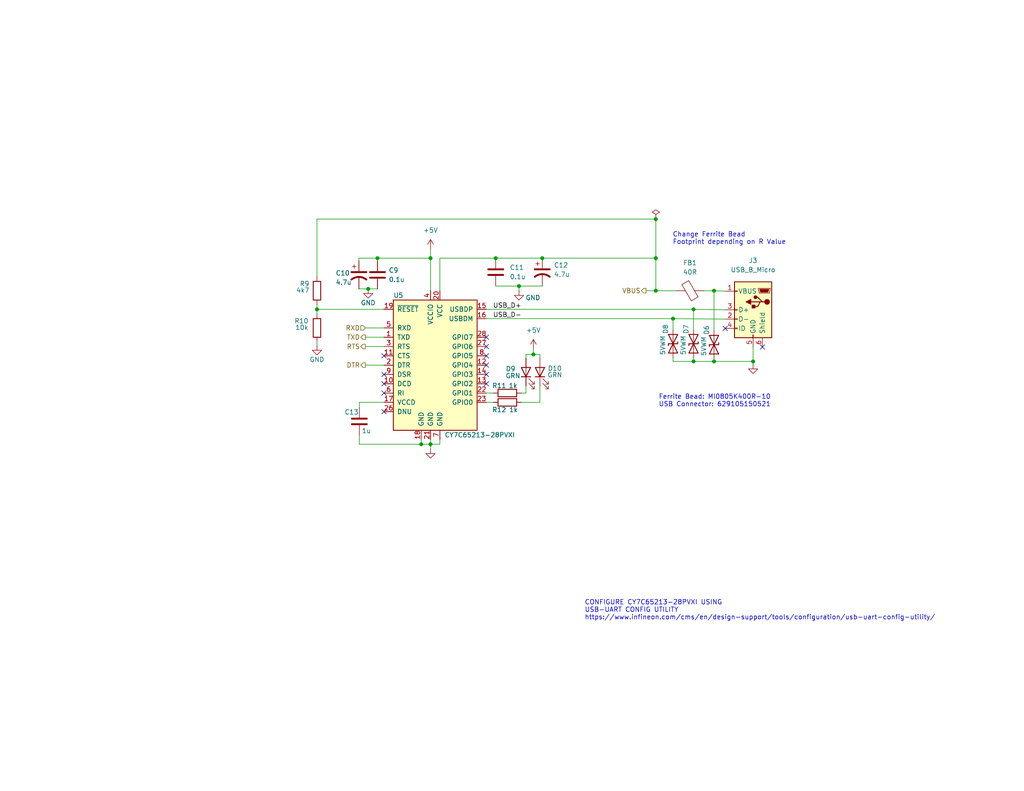
<source format=kicad_sch>
(kicad_sch (version 20211123) (generator eeschema)
  (paper "USLetter")
  (title_block (title "USB-UART Interface (Cypress/Infineon CY7C65213-28PVXI)") (date "2022-11-09") (rev "1.1"))
  (lib_symbols
    (symbol "Connector:USB_B_Micro" (pin_names (offset 1.016))
      (property "Reference" "J" (at -5.08 11.43 0))
      (property "Value" "USB_B_Micro" (at -5.08 8.89 0))
      (symbol "USB_B_Micro_0_1"
        (rectangle (start -5.08 -7.62) (end 5.08 7.62) (stroke (width 0.254)) (fill (type background)))
        (circle (center -3.81 2.159) (radius 0.635) (stroke (width 0.254)) (fill (type outline)))
        (circle (center -0.635 3.429) (radius 0.381) (stroke (width 0.254)) (fill (type outline)))
        (rectangle (start -0.127 -7.62) (end 0.127 -6.858))
        (polyline (pts (xy -1.905 2.159) (xy 0.635 2.159)) (stroke (width 0.254)))
        (polyline (pts (xy -3.175 2.159) (xy -2.54 2.159) (xy -1.27 3.429) (xy -0.635 3.429)) (stroke (width 0.254)))
        (polyline (pts (xy -2.54 2.159) (xy -1.905 2.159) (xy -1.27 0.889) (xy 0 0.889)) (stroke (width 0.254)))
        (polyline (pts (xy 0.635 2.794) (xy 0.635 1.524) (xy 1.905 2.159) (xy 0.635 2.794)) (stroke (width 0.254)) (fill (type outline)))
        (polyline (pts (xy -4.318 5.588) (xy -1.778 5.588) (xy -2.032 4.826) (xy -4.064 4.826) (xy -4.318 5.588)) (fill (type outline)))
        (polyline (pts (xy -4.699 5.842) (xy -4.699 5.588) (xy -4.445 4.826) (xy -4.445 4.572) (xy -1.651 4.572) (xy -1.651 4.826) (xy -1.397 5.588) (xy -1.397 5.842) (xy -4.699 5.842)))
        (rectangle (start 0.254 1.27) (end -0.508 0.508) (stroke (width 0.254)) (fill (type outline)))
        (rectangle (start 5.08 -5.207) (end 4.318 -4.953))
        (rectangle (start 5.08 -2.667) (end 4.318 -2.413))
        (rectangle (start 5.08 -0.127) (end 4.318 0.127))
        (rectangle (start 5.08 4.953) (end 4.318 5.207))
      )
      (symbol "USB_B_Micro_1_1"
        (pin power_out line (at 7.62 5.08 180) (length 2.54) (name "VBUS") (number "1"))
        (pin bidirectional line (at 7.62 -2.54 180) (length 2.54) (name "D-") (number "2"))
        (pin bidirectional line (at 7.62 0 180) (length 2.54) (name "D+") (number "3"))
        (pin passive line (at 7.62 -5.08 180) (length 2.54) (name "ID") (number "4"))
        (pin power_out line (at 0 -10.16 90) (length 2.54) (name "GND") (number "5"))
        (pin passive line (at -2.54 -10.16 90) (length 2.54) (name "Shield") (number "6"))
      )
    )
    (symbol "Device:C" (pin_numbers hide) (pin_names (offset 0.254))
      (property "Reference" "C" (at 0.635 2.54 0))
      (property "Value" "C" (at 0.635 -2.54 0))
      (symbol "C_0_1"
        (polyline (pts (xy -2.032 -0.762) (xy 2.032 -0.762)) (stroke (width 0.508)))
        (polyline (pts (xy -2.032 0.762) (xy 2.032 0.762)) (stroke (width 0.508)))
      )
      (symbol "C_1_1"
        (pin passive line (at 0 3.81 270) (length 2.794) (name "~") (number "1"))
        (pin passive line (at 0 -3.81 90) (length 2.794) (name "~") (number "2"))
      )
    )
    (symbol "Device:C_Polarized_US" (pin_numbers hide) (pin_names (offset 0.254) hide)
      (property "Reference" "C" (at 0.635 2.54 0))
      (property "Value" "C_Polarized_US" (at 0.635 -2.54 0))
      (symbol "C_Polarized_US_0_1"
        (polyline (pts (xy -2.032 0.762) (xy 2.032 0.762)) (stroke (width 0.508)))
        (polyline (pts (xy -1.778 2.286) (xy -0.762 2.286)))
        (polyline (pts (xy -1.27 1.778) (xy -1.27 2.794)))
        (arc (start 2.032 -1.27) (mid 0 -0.5572) (end -2.032 -1.27) (stroke (width 0.508)))
      )
      (symbol "C_Polarized_US_1_1"
        (pin passive line (at 0 3.81 270) (length 2.794) (name "~") (number "1"))
        (pin passive line (at 0 -3.81 90) (length 3.302) (name "~") (number "2"))
      )
    )
    (symbol "Device:D_TVS" (pin_numbers hide) (pin_names (offset 1.016) hide)
      (property "Reference" "D" (at 0 2.54 0))
      (property "Value" "D_TVS" (at 0 -2.54 0))
      (symbol "D_TVS_0_1"
        (polyline (pts (xy 1.27 0) (xy -1.27 0)))
        (polyline (pts (xy 0.508 1.27) (xy 0 1.27) (xy 0 -1.27) (xy -0.508 -1.27)) (stroke (width 0.254)))
        (polyline (pts (xy -2.54 1.27) (xy -2.54 -1.27) (xy 2.54 1.27) (xy 2.54 -1.27) (xy -2.54 1.27)) (stroke (width 0.254)))
      )
      (symbol "D_TVS_1_1"
        (pin passive line (at -3.81 0 0) (length 2.54) (name "A1") (number "1"))
        (pin passive line (at 3.81 0 180) (length 2.54) (name "A2") (number "2"))
      )
    )
    (symbol "Device:FerriteBead" (pin_numbers hide) (pin_names (offset 0))
      (property "Reference" "FB" (at -3.81 0.635 90))
      (property "Value" "FerriteBead" (at 3.81 0 90))
      (symbol "FerriteBead_0_1"
        (polyline (pts (xy 0 -1.27) (xy 0 -1.2192)))
        (polyline (pts (xy 0 1.27) (xy 0 1.2954)))
        (polyline (pts (xy -2.7686 0.4064) (xy -1.7018 2.2606) (xy 2.7686 -0.3048) (xy 1.6764 -2.159) (xy -2.7686 0.4064)))
      )
      (symbol "FerriteBead_1_1"
        (pin passive line (at 0 3.81 270) (length 2.54) (name "~") (number "1"))
        (pin passive line (at 0 -3.81 90) (length 2.54) (name "~") (number "2"))
      )
    )
    (symbol "Device:LED" (pin_numbers hide) (pin_names (offset 1.016) hide)
      (property "Reference" "D" (at 0 2.54 0))
      (property "Value" "LED" (at 0 -2.54 0))
      (symbol "LED_0_1"
        (polyline (pts (xy -1.27 -1.27) (xy -1.27 1.27)) (stroke (width 0.254)))
        (polyline (pts (xy -1.27 0) (xy 1.27 0)))
        (polyline (pts (xy 1.27 -1.27) (xy 1.27 1.27) (xy -1.27 0) (xy 1.27 -1.27)) (stroke (width 0.254)))
        (polyline (pts (xy -3.048 -0.762) (xy -4.572 -2.286) (xy -3.81 -2.286) (xy -4.572 -2.286) (xy -4.572 -1.524)))
        (polyline (pts (xy -1.778 -0.762) (xy -3.302 -2.286) (xy -2.54 -2.286) (xy -3.302 -2.286) (xy -3.302 -1.524)))
      )
      (symbol "LED_1_1"
        (pin passive line (at -3.81 0 0) (length 2.54) (name "K") (number "1"))
        (pin passive line (at 3.81 0 180) (length 2.54) (name "A") (number "2"))
      )
    )
    (symbol "Device:R" (pin_numbers hide) (pin_names (offset 0))
      (property "Reference" "R" (at 2.032 0 90))
      (property "Value" "R" (at 0 0 90))
      (symbol "R_0_1"
        (rectangle (start -1.016 -2.54) (end 1.016 2.54) (stroke (width 0.254)))
      )
      (symbol "R_1_1"
        (pin passive line (at 0 3.81 270) (length 1.27) (name "~") (number "1"))
        (pin passive line (at 0 -3.81 90) (length 1.27) (name "~") (number "2"))
      )
    )
    (symbol "Interface_USB:CY7C65213-28PVXI" (pin_names (offset 1.016))
      (property "Reference" "U" (at -8.89 19.05 0))
      (property "Value" "CY7C65213-28PVXI" (at 3.556 19.05 0))
      (symbol "CY7C65213-28PVXI_0_1"
        (rectangle (start -10.16 17.78) (end 12.7 -17.78) (stroke (width 0.254)) (fill (type background)))
      )
      (symbol "CY7C65213-28PVXI_1_1"
        (pin output line (at -12.7 7.62 0) (length 2.54) (name "TXD") (number "1"))
        (pin input line (at -12.7 -5.08 0) (length 2.54) (name "DCD") (number "10"))
        (pin input line (at -12.7 2.54 0) (length 2.54) (name "CTS") (number "11"))
        (pin bidirectional line (at 15.24 0 180) (length 2.54) (name "GPIO4") (number "12"))
        (pin tri_state line (at 15.24 -5.08 180) (length 2.54) (name "GPIO2") (number "13"))
        (pin bidirectional line (at 15.24 -2.54 180) (length 2.54) (name "GPIO3") (number "14"))
        (pin bidirectional line (at 15.24 15.24 180) (length 2.54) (name "USBDP") (number "15"))
        (pin bidirectional line (at 15.24 12.7 180) (length 2.54) (name "USBDM") (number "16"))
        (pin passive line (at -12.7 -10.16 0) (length 2.54) (name "VCCD") (number "17"))
        (pin power_in line (at -2.54 -20.32 90) (length 2.54) (name "GND") (number "18"))
        (pin bidirectional line (at -12.7 15.24 0) (length 2.54) (name "~{RESET}") (number "19"))
        (pin output line (at -12.7 0 0) (length 2.54) (name "DTR") (number "2"))
        (pin power_in line (at 2.54 20.32 270) (length 2.54) (name "VCC") (number "20"))
        (pin power_in line (at 0 -20.32 90) (length 2.54) (name "GND") (number "21"))
        (pin bidirectional line (at 15.24 -7.62 180) (length 2.54) (name "GPIO1") (number "22"))
        (pin bidirectional line (at 15.24 -10.16 180) (length 2.54) (name "GPIO0") (number "23"))
        (pin no_connect line (at 12.7 -15.24 180) (length 2.54) hide (name "NC") (number "24"))
        (pin no_connect line (at 12.7 -12.7 180) (length 2.54) hide (name "NC") (number "25"))
        (pin passive line (at -12.7 -12.7 0) (length 2.54) (name "DNU") (number "26"))
        (pin tri_state line (at 15.24 5.08 180) (length 2.54) (name "GPIO6") (number "27"))
        (pin tri_state line (at 15.24 7.62 180) (length 2.54) (name "GPIO7") (number "28"))
        (pin output line (at -12.7 5.08 0) (length 2.54) (name "RTS") (number "3"))
        (pin power_in line (at 0 20.32 270) (length 2.54) (name "VCCIO") (number "4"))
        (pin input line (at -12.7 10.16 0) (length 2.54) (name "RXD") (number "5"))
        (pin input line (at -12.7 -7.62 0) (length 2.54) (name "RI") (number "6"))
        (pin power_in line (at 2.54 -20.32 90) (length 2.54) (name "GND") (number "7"))
        (pin tri_state line (at 15.24 2.54 180) (length 2.54) (name "GPIO5") (number "8"))
        (pin input line (at -12.7 -2.54 0) (length 2.54) (name "DSR") (number "9"))
      )
    )
    (symbol "power:+5V" (power) (pin_names (offset 0))
      (property "Value" "+5V" (at 0 3.556 0))
      (symbol "+5V_0_1"
        (polyline (pts (xy -0.762 1.27) (xy 0 2.54)))
        (polyline (pts (xy 0 0) (xy 0 2.54)))
        (polyline (pts (xy 0 2.54) (xy 0.762 1.27)))
      )
      (symbol "+5V_1_1"
        (pin power_in line (at 0 0 90) (length 0) hide (name "+5V") (number "1"))
      )
    )
    (symbol "power:GND" (power) (pin_names (offset 0))
      (property "Value" "GND" (at 0 -3.81 0))
      (symbol "GND_0_1"
        (polyline (pts (xy 0 0) (xy 0 -1.27) (xy 1.27 -1.27) (xy 0 -2.54) (xy -1.27 -1.27) (xy 0 -1.27)))
      )
      (symbol "GND_1_1"
        (pin power_in line (at 0 0 270) (length 0) hide (name "GND") (number "1"))
      )
    )
    (symbol "power:PWR_FLAG" (power) (pin_numbers hide) (pin_names (offset 0) hide)
      (property "Value" "PWR_FLAG" (at 0 3.81 0))
      (symbol "PWR_FLAG_0_0"
        (pin power_out line (at 0 0 90) (length 0) (name "pwr") (number "1"))
      )
      (symbol "PWR_FLAG_0_1"
        (polyline (pts (xy 0 0) (xy 0 1.27) (xy -1.016 1.905) (xy 0 2.54) (xy 1.016 1.905) (xy 0 1.27)))
      )
    )
  )
  (junction (at 117.475 121.285))
  (junction (at 102.997 70.485))
  (junction (at 178.943 70.485))
  (junction (at 100.457 78.867))
  (junction (at 194.818 79.375))
  (junction (at 114.935 121.285))
  (junction (at 205.486 98.679))
  (junction (at 183.642 86.995))
  (junction (at 178.943 59.817))
  (junction (at 189.23 84.455))
  (junction (at 178.943 79.375))
  (junction (at 141.605 78.105))
  (junction (at 86.487 84.455))
  (junction (at 135.255 70.485))
  (junction (at 117.475 70.485))
  (junction (at 194.818 98.679))
  (junction (at 189.23 98.679))
  (junction (at 147.955 70.485))
  (junction (at 145.542 96.774))
  (no_connect (at 132.715 102.235))
  (no_connect (at 104.775 107.315))
  (no_connect (at 132.715 97.155))
  (no_connect (at 132.715 92.075))
  (no_connect (at 197.866 89.662))
  (no_connect (at 104.775 97.155))
  (no_connect (at 104.775 112.395))
  (no_connect (at 132.715 99.695))
  (no_connect (at 104.775 102.235))
  (no_connect (at 132.715 94.615))
  (no_connect (at 208.026 94.742))
  (no_connect (at 132.715 104.775))
  (no_connect (at 104.775 104.775))
  (wire (pts (xy 132.715 109.855) (xy 134.62 109.855)))
  (wire (pts (xy 143.51 107.315) (xy 143.51 105.41)))
  (wire (pts (xy 135.255 70.485) (xy 147.955 70.485)))
  (wire (pts (xy 142.24 107.315) (xy 143.51 107.315)))
  (wire (pts (xy 120.015 70.485) (xy 135.255 70.485)))
  (wire (pts (xy 147.32 96.774) (xy 147.32 97.79)))
  (wire (pts (xy 86.487 93.345) (xy 86.487 94.361)))
  (wire (pts (xy 98.044 118.872) (xy 98.044 121.285)))
  (wire (pts (xy 197.866 79.502) (xy 194.818 79.375)))
  (wire (pts (xy 99.695 89.535) (xy 104.775 89.535)))
  (wire (pts (xy 145.542 96.774) (xy 147.32 96.774)))
  (wire (pts (xy 132.715 84.455) (xy 189.23 84.455)))
  (wire (pts (xy 178.943 79.375) (xy 178.943 70.485)))
  (wire (pts (xy 117.475 67.945) (xy 117.475 70.485)))
  (wire (pts (xy 114.935 120.015) (xy 114.935 121.285)))
  (wire (pts (xy 117.475 121.285) (xy 120.015 121.285)))
  (wire (pts (xy 178.943 70.485) (xy 147.955 70.485)))
  (wire (pts (xy 147.32 109.855) (xy 147.32 105.41)))
  (wire (pts (xy 86.487 83.185) (xy 86.487 84.455)))
  (wire (pts (xy 97.917 70.485) (xy 102.997 70.485)))
  (wire (pts (xy 117.475 70.485) (xy 117.475 79.375)))
  (wire (pts (xy 99.695 94.615) (xy 104.775 94.615)))
  (wire (pts (xy 98.044 111.252) (xy 98.044 109.855)))
  (wire (pts (xy 194.818 98.679) (xy 205.486 98.679)))
  (wire (pts (xy 99.695 92.075) (xy 104.775 92.075)))
  (wire (pts (xy 135.255 78.105) (xy 141.605 78.105)))
  (wire (pts (xy 194.818 79.375) (xy 194.818 90.297)))
  (wire (pts (xy 117.475 121.285) (xy 117.475 122.555)))
  (wire (pts (xy 104.775 84.455) (xy 86.487 84.455)))
  (wire (pts (xy 183.642 97.663) (xy 183.642 98.679)))
  (wire (pts (xy 132.715 107.315) (xy 134.62 107.315)))
  (wire (pts (xy 183.642 98.679) (xy 189.23 98.679)))
  (wire (pts (xy 189.23 84.455) (xy 189.23 90.043)))
  (wire (pts (xy 189.23 98.679) (xy 194.818 98.679)))
  (wire (pts (xy 114.935 121.285) (xy 117.475 121.285)))
  (wire (pts (xy 97.917 78.867) (xy 100.457 78.867)))
  (wire (pts (xy 100.457 78.867) (xy 102.997 78.867)))
  (wire (pts (xy 141.605 78.105) (xy 141.605 79.375)))
  (wire (pts (xy 98.044 121.285) (xy 114.935 121.285)))
  (wire (pts (xy 98.044 109.855) (xy 104.775 109.855)))
  (wire (pts (xy 117.475 120.015) (xy 117.475 121.285)))
  (wire (pts (xy 205.486 94.742) (xy 205.486 98.679)))
  (wire (pts (xy 120.015 70.485) (xy 120.015 79.375)))
  (wire (pts (xy 143.51 96.774) (xy 143.51 97.79)))
  (wire (pts (xy 178.943 59.817) (xy 178.943 70.485)))
  (wire (pts (xy 183.642 86.995) (xy 183.642 90.043)))
  (wire (pts (xy 86.487 59.817) (xy 178.943 59.817)))
  (wire (pts (xy 205.486 98.679) (xy 205.486 99.441)))
  (wire (pts (xy 97.917 70.485) (xy 97.917 71.247)))
  (wire (pts (xy 86.487 84.455) (xy 86.487 85.725)))
  (wire (pts (xy 189.23 97.663) (xy 189.23 98.679)))
  (wire (pts (xy 143.51 96.774) (xy 145.542 96.774)))
  (wire (pts (xy 184.404 79.375) (xy 178.943 79.375)))
  (wire (pts (xy 132.715 86.995) (xy 183.642 86.995)))
  (wire (pts (xy 197.866 87.122) (xy 183.642 86.995)))
  (wire (pts (xy 102.997 70.485) (xy 117.475 70.485)))
  (wire (pts (xy 194.818 79.375) (xy 192.024 79.375)))
  (wire (pts (xy 102.997 70.485) (xy 102.997 71.247)))
  (wire (pts (xy 145.542 95.25) (xy 145.542 96.774)))
  (wire (pts (xy 86.487 75.565) (xy 86.487 59.817)))
  (wire (pts (xy 197.866 84.582) (xy 189.23 84.455)))
  (wire (pts (xy 120.015 121.285) (xy 120.015 120.015)))
  (wire (pts (xy 194.818 97.917) (xy 194.818 98.679)))
  (wire (pts (xy 178.943 79.375) (xy 176.276 79.375)))
  (wire (pts (xy 141.605 78.105) (xy 147.955 78.105)))
  (wire (pts (xy 99.695 99.695) (xy 104.775 99.695)))
  (wire (pts (xy 142.24 109.855) (xy 147.32 109.855)))
  (text "Ferrite Bead: MI0805K400R-10\nUSB Connector: 629105150521" (at 179.705 111.252 0) (effects (font (size 1.27 1.27)) (justify left bottom)))
  (text "Change Ferrite Bead\nFootprint depending on R Value" (at 183.515 66.929 0) (effects (font (size 1.27 1.27)) (justify left bottom)))
  (text "CONFIGURE CY7C65213-28PVXI USING\nUSB-UART CONFIG UTILITY\nhttps://www.infineon.com/cms/en/design-support/tools/configuration/usb-uart-config-utility/" (at 159.512 169.418 0) (effects (font (size 1.27 1.27)) (justify left bottom)))
  (label "USB_D+" (at 134.493 84.455 0))
  (label "USB_D-" (at 134.493 86.995 0))
  (hierarchical_label "TXD" (shape output) (at 99.695 92.075 180))
  (hierarchical_label "DTR" (shape output) (at 99.695 99.695 180))
  (hierarchical_label "VBUS" (shape output) (at 176.276 79.375 180))
  (hierarchical_label "RXD" (shape input) (at 99.695 89.535 180))
  (hierarchical_label "RTS" (shape output) (at 99.695 94.615 180))
  (symbol (lib_id "Device:C_Polarized_US") (at 97.917 75.057 0) (unit 1)
    (property "Reference" "C10" (at 91.567 74.549 0) (effects (justify left)))
    (property "Value" "4.7u" (at 91.567 77.089 0) (effects (justify left)))
    (property "Footprint" "Capacitor_SMD:C_0805_2012Metric" (effects hide))
    (property "MFG" "Vishay Sprague" (effects hide))
    (property "P/N" "TMCP1A475MTRF" (effects hide))
  )
  (symbol (lib_id "Device:D_TVS") (at 183.642 93.853 90) (mirror x) (unit 1)
    (property "Reference" "D8" (at 181.61 88.519 0) (effects (justify left)))
    (property "Value" "5VWM" (at 180.848 91.567 0) (effects (justify left)))
    (property "Footprint" "Diode_SMD:D_0402_1005Metric" (effects hide))
    (property "MFG" "Kyocera AVX" (effects hide))
    (property "P/N" "GG0402050R3C2P" (effects hide))
  )
  (symbol (lib_id "Device:D_TVS") (at 194.818 94.107 90) (mirror x) (unit 1)
    (property "Reference" "D6" (at 192.786 88.773 0) (effects (justify left)))
    (property "Value" "5VWM" (at 192.024 91.821 0) (effects (justify left)))
    (property "Footprint" "Diode_SMD:D_0402_1005Metric" (effects hide))
    (property "MFG" "Kyocera AVX" (effects hide))
    (property "P/N" "GG0402050R3C2P" (effects hide))
  )
  (symbol (lib_id "power:+5V") (at 145.542 95.25 0) (unit 1)
    (property "Reference" "#PWR0110" (effects hide))
    (property "Value" "+5V" (at 145.542 90.17 0))
  )
  (symbol (lib_id "Device:FerriteBead") (at 188.214 79.375 270) (mirror x) (unit 1)
    (property "Reference" "FB1" (at 188.2648 71.755 90))
    (property "Value" "40R" (at 188.2648 74.295 90))
    (property "Footprint" "Inductor_SMD:L_0603_1608Metric" (effects hide))
    (property "MFG" "TDK Corporation" (effects hide))
    (property "P/N" "MMZ1608S400ATA00" (effects hide))
  )
  (symbol (lib_id "Device:R") (at 86.487 89.535 180) (unit 1)
    (property "Reference" "R10" (at 84.201 87.63 0) (effects (justify left)))
    (property "Value" "10k" (at 84.201 89.408 0) (effects (justify left)))
    (property "Footprint" "Resistor_SMD:R_0603_1608Metric" (effects hide))
    (property "MFG" "Stackpole Electronics" (effects hide))
    (property "P/N" "RMCF0603JG10K0" (effects hide))
  )
  (symbol (lib_id "power:PWR_FLAG") (at 178.943 59.817 0) (unit 1)
    (property "Reference" "#FLG0102" (effects hide))
    (property "Value" "PWR_FLAG" (effects hide))
  )
  (symbol (lib_id "Device:R") (at 86.487 79.375 180) (unit 1)
    (property "Reference" "R9" (at 84.455 77.47 0) (effects (justify left)))
    (property "Value" "4k7" (at 84.455 79.248 0) (effects (justify left)))
    (property "Footprint" "Resistor_SMD:R_0603_1608Metric" (effects hide))
    (property "MFG" "Stackpole Electronics" (effects hide))
    (property "P/N" "RMCF0603FT4K70" (effects hide))
  )
  (symbol (lib_id "Interface_USB:CY7C65213-28PVXI") (at 117.475 99.695 0) (unit 1)
    (property "Reference" "U5" (at 107.315 80.645 0) (effects (justify left)))
    (property "Value" "CY7C65213-28PVXI" (at 121.285 118.745 0) (effects (justify left)))
    (property "Footprint" "Package_SO:SSOP-28_5.3x10.2mm_P0.65mm" (effects hide))
    (property "Datasheet" "http://www.cypress.com/file/139881/download" (effects hide))
    (property "MFG" "Cypress / Infineon" (effects hide))
    (property "P/N" "CY7C65213-28PVXI" (effects hide))
  )
  (symbol (lib_id "power:GND") (at 86.487 94.361 0) (unit 1)
    (property "Reference" "#PWR0122" (effects hide))
    (property "Value" "GND" (at 86.487 98.171 0))
  )
  (symbol (lib_id "power:GND") (at 117.475 122.555 0) (unit 1)
    (property "Reference" "#PWR0107" (effects hide))
    (property "Value" "GND" (effects hide))
  )
  (symbol (lib_id "Device:C") (at 135.255 74.295 180) (unit 1)
    (property "Reference" "C11" (at 139.065 73.0249 0) (effects (justify right)))
    (property "Value" "0.1u" (at 139.065 75.5649 0) (effects (justify right)))
    (property "Footprint" "Capacitor_SMD:C_0603_1608Metric" (effects hide))
    (property "MFG" "Kyocera AVX" (effects hide))
    (property "P/N" "06035C104K4T2A" (effects hide))
  )
  (symbol (lib_id "Device:C_Polarized_US") (at 147.955 74.295 0) (unit 1)
    (property "Reference" "C12" (at 151.13 72.3899 0) (effects (justify left)))
    (property "Value" "4.7u" (at 151.13 74.9299 0) (effects (justify left)))
    (property "Footprint" "Capacitor_SMD:C_0805_2012Metric" (effects hide))
    (property "MFG" "Vishay Sprague" (effects hide))
    (property "P/N" "TMCP1A475MTRF" (effects hide))
  )
  (symbol (lib_id "Device:LED") (at 147.32 101.6 90) (unit 1)
    (property "Reference" "D10" (at 151.384 100.584 90))
    (property "Value" "GRN" (at 151.384 102.362 90))
    (property "Footprint" "LED_SMD:LED_0805_2012Metric" (effects hide))
    (property "MFG" "Kingbright" (effects hide))
    (property "P/N" "APT2012CGCK" (effects hide))
  )
  (symbol (lib_id "power:GND") (at 141.605 79.375 0) (unit 1)
    (property "Reference" "#PWR0108" (effects hide))
    (property "Value" "GND" (at 145.415 81.28 0))
  )
  (symbol (lib_id "Device:C") (at 102.997 75.057 180) (unit 1)
    (property "Reference" "C9" (at 106.045 73.787 0) (effects (justify right)))
    (property "Value" "0.1u" (at 106.045 76.327 0) (effects (justify right)))
    (property "Footprint" "Capacitor_SMD:C_0603_1608Metric" (effects hide))
    (property "MFG" "Kyocera AVX" (effects hide))
    (property "P/N" "06035C104K4T2A" (effects hide))
  )
  (symbol (lib_id "Device:D_TVS") (at 189.23 93.853 90) (mirror x) (unit 1)
    (property "Reference" "D7" (at 187.198 88.519 0) (effects (justify left)))
    (property "Value" "5VWM" (at 186.436 91.567 0) (effects (justify left)))
    (property "Footprint" "Diode_SMD:D_0402_1005Metric" (effects hide))
    (property "MFG" "Kyocera AVX" (effects hide))
    (property "P/N" "GG0402050R3C2P" (effects hide))
  )
  (symbol (lib_id "power:GND") (at 205.486 99.441 0) (mirror y) (unit 1)
    (property "Reference" "#PWR0106" (effects hide))
    (property "Value" "GND" (effects hide))
  )
  (symbol (lib_id "Device:LED") (at 143.51 101.6 90) (unit 1)
    (property "Reference" "D9" (at 139.319 100.711 90))
    (property "Value" "GRN" (at 139.954 102.616 90))
    (property "Footprint" "LED_SMD:LED_0805_2012Metric" (effects hide))
    (property "MFG" "Kingbright" (effects hide))
    (property "P/N" "APT2012CGCK" (effects hide))
  )
  (symbol (lib_id "power:GND") (at 100.457 78.867 0) (unit 1)
    (property "Reference" "#PWR0123" (effects hide))
    (property "Value" "GND" (at 100.457 82.677 0))
  )
  (symbol (lib_id "Device:R") (at 138.43 107.315 90) (unit 1)
    (property "Reference" "R11" (at 138.176 105.283 90) (effects (justify left)))
    (property "Value" "1k" (at 141.224 105.283 90) (effects (justify left)))
    (property "Footprint" "Resistor_SMD:R_0603_1608Metric" (effects hide))
    (property "MFG" "Stackpole Electronics" (effects hide))
    (property "P/N" "RMCF0603JJ1K00" (effects hide))
  )
  (symbol (lib_id "Connector:USB_B_Micro") (at 205.486 84.582 0) (mirror y) (unit 1)
    (property "Reference" "J3" (at 205.486 71.12 0))
    (property "Value" "USB_B_Micro" (at 205.486 73.66 0))
    (property "Footprint" "Connector_USB:USB_Micro-B_Wuerth_629105150521" (effects hide))
    (property "MFG" "Wurth Elektronik" (effects hide))
    (property "P/N" "629105150521" (effects hide))
  )
  (symbol (lib_id "Device:R") (at 138.43 109.855 90) (unit 1)
    (property "Reference" "R12" (at 138.176 111.887 90) (effects (justify left)))
    (property "Value" "1k" (at 141.351 111.887 90) (effects (justify left)))
    (property "Footprint" "Resistor_SMD:R_0603_1608Metric" (effects hide))
    (property "MFG" "Stackpole Electronics" (effects hide))
    (property "P/N" "RMCF0603JJ1K00" (effects hide))
  )
  (symbol (lib_id "Device:C") (at 98.044 115.062 0) (unit 1)
    (property "Reference" "C13" (at 93.98 112.522 0) (effects (justify left)))
    (property "Value" "1u" (at 98.679 117.602 0) (effects (justify left)))
    (property "Footprint" "Capacitor_SMD:C_0603_1608Metric" (effects hide))
    (property "MFG" "Kyocera AVX" (effects hide))
    (property "P/N" "06033D105KAT2A" (effects hide))
  )
  (symbol (lib_id "power:+5V") (at 117.475 67.945 0) (unit 1)
    (property "Reference" "#PWR0129" (effects hide))
    (property "Value" "+5V" (at 117.475 62.865 0))
  )
)
</source>
